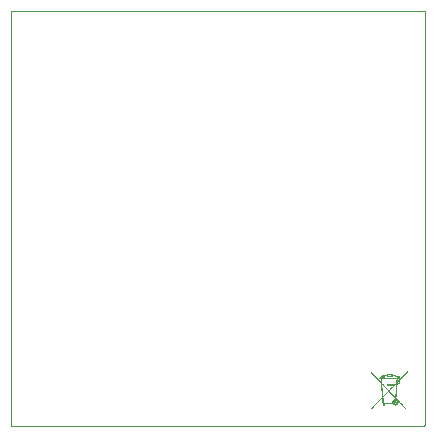
<source format=gbo>
G04 Layer_Color=16777215*
%FSLAX43Y43*%
%MOMM*%
G71*
G01*
G75*
%ADD67C,0.100*%
G36*
X70184Y36218D02*
Y36200D01*
Y36181D01*
Y36163D01*
Y36145D01*
Y36127D01*
Y36109D01*
X70166D01*
Y36091D01*
X70148D01*
Y36073D01*
X70129D01*
Y36055D01*
X70111D01*
Y36037D01*
X70093D01*
Y36019D01*
X70075D01*
Y36001D01*
X70057D01*
Y35982D01*
Y35964D01*
X70039D01*
Y35946D01*
X70021D01*
Y35928D01*
X70003D01*
Y35910D01*
X69985D01*
Y35892D01*
X69967D01*
Y35874D01*
X69949D01*
Y35856D01*
X69930D01*
Y35838D01*
X69912D01*
Y35820D01*
X69894D01*
Y35802D01*
X69876D01*
Y35784D01*
X69858D01*
Y35765D01*
X69840D01*
Y35747D01*
X69822D01*
Y35729D01*
X69804D01*
Y35711D01*
X69786D01*
Y35693D01*
X69768D01*
Y35675D01*
X69750D01*
Y35657D01*
X69731D01*
Y35639D01*
X69713D01*
Y35621D01*
X69695D01*
Y35603D01*
X69677D01*
Y35585D01*
X69659D01*
Y35566D01*
X69641D01*
Y35548D01*
X69623D01*
Y35530D01*
X69605D01*
Y35512D01*
X69587D01*
Y35494D01*
X69569D01*
Y35476D01*
X69551D01*
Y35458D01*
X69533D01*
Y35440D01*
X69514D01*
Y35422D01*
Y35404D01*
Y35386D01*
Y35368D01*
Y35349D01*
Y35331D01*
Y35313D01*
Y35295D01*
Y35277D01*
Y35259D01*
Y35241D01*
Y35223D01*
Y35205D01*
Y35187D01*
Y35169D01*
Y35150D01*
Y35132D01*
Y35114D01*
Y35096D01*
X69315D01*
Y35078D01*
Y35060D01*
Y35042D01*
X69297D01*
Y35024D01*
Y35006D01*
Y34988D01*
Y34970D01*
Y34951D01*
Y34933D01*
Y34915D01*
Y34897D01*
Y34879D01*
Y34861D01*
Y34843D01*
X69279D01*
Y34825D01*
Y34807D01*
Y34789D01*
Y34771D01*
Y34752D01*
Y34734D01*
Y34716D01*
Y34698D01*
Y34680D01*
Y34662D01*
Y34644D01*
X69261D01*
Y34626D01*
Y34608D01*
Y34590D01*
Y34572D01*
Y34554D01*
Y34535D01*
Y34517D01*
Y34499D01*
Y34481D01*
Y34463D01*
X69243D01*
Y34445D01*
Y34427D01*
Y34409D01*
Y34391D01*
Y34373D01*
Y34355D01*
Y34336D01*
Y34318D01*
Y34300D01*
Y34282D01*
Y34264D01*
X69225D01*
Y34246D01*
Y34228D01*
Y34210D01*
Y34192D01*
Y34174D01*
Y34156D01*
Y34137D01*
Y34119D01*
Y34101D01*
Y34083D01*
Y34065D01*
X69207D01*
Y34047D01*
Y34029D01*
Y34011D01*
Y33993D01*
Y33975D01*
Y33957D01*
Y33939D01*
Y33920D01*
X69225D01*
Y33902D01*
X69243D01*
Y33884D01*
X69261D01*
Y33866D01*
X69279D01*
Y33848D01*
X69297D01*
Y33830D01*
X69315D01*
Y33812D01*
X69334D01*
Y33794D01*
X69352D01*
Y33776D01*
X69370D01*
Y33758D01*
X69388D01*
Y33740D01*
X69406D01*
Y33721D01*
X69424D01*
Y33703D01*
X69442D01*
Y33685D01*
Y33667D01*
X69460D01*
Y33649D01*
X69478D01*
Y33631D01*
X69496D01*
Y33613D01*
X69514D01*
Y33595D01*
X69533D01*
Y33577D01*
X69551D01*
Y33559D01*
X69569D01*
Y33541D01*
X69587D01*
Y33522D01*
X69605D01*
Y33504D01*
X69623D01*
Y33486D01*
X69641D01*
Y33468D01*
X69659D01*
Y33450D01*
X69677D01*
Y33432D01*
X69695D01*
Y33414D01*
X69713D01*
Y33396D01*
X69731D01*
Y33378D01*
X69750D01*
Y33360D01*
X69768D01*
Y33342D01*
X69786D01*
Y33324D01*
Y33305D01*
X69804D01*
Y33287D01*
X69822D01*
Y33269D01*
X69840D01*
Y33251D01*
X69858D01*
Y33233D01*
X69876D01*
Y33215D01*
X69894D01*
Y33197D01*
X69912D01*
Y33179D01*
X69930D01*
Y33161D01*
X69949D01*
Y33143D01*
X69967D01*
Y33125D01*
X69985D01*
Y33106D01*
X70003D01*
Y33088D01*
X70021D01*
Y33070D01*
Y33052D01*
X70003D01*
Y33034D01*
X69967D01*
Y33016D01*
X69930D01*
Y33034D01*
X69912D01*
Y33052D01*
X69894D01*
Y33070D01*
X69876D01*
Y33088D01*
X69858D01*
Y33106D01*
X69840D01*
Y33125D01*
X69822D01*
Y33143D01*
Y33161D01*
X69804D01*
Y33179D01*
X69786D01*
Y33197D01*
X69768D01*
Y33215D01*
X69750D01*
Y33233D01*
X69731D01*
Y33251D01*
X69713D01*
Y33269D01*
X69695D01*
Y33287D01*
X69677D01*
Y33305D01*
X69659D01*
Y33324D01*
X69641D01*
Y33342D01*
X69623D01*
Y33360D01*
X69605D01*
Y33378D01*
X69587D01*
Y33396D01*
X69569D01*
Y33414D01*
X69551D01*
Y33432D01*
X69533D01*
Y33450D01*
X69514D01*
Y33468D01*
X69496D01*
Y33486D01*
Y33504D01*
X69478D01*
Y33522D01*
X69460D01*
Y33541D01*
X69442D01*
Y33559D01*
X69424D01*
Y33577D01*
X69406D01*
Y33595D01*
X69388D01*
Y33577D01*
Y33559D01*
Y33541D01*
Y33522D01*
Y33504D01*
Y33486D01*
X69370D01*
Y33468D01*
Y33450D01*
X69352D01*
Y33432D01*
Y33414D01*
X69334D01*
Y33396D01*
X69315D01*
Y33378D01*
X69297D01*
Y33360D01*
X69261D01*
Y33342D01*
X69243D01*
Y33324D01*
X69171D01*
Y33305D01*
X69080D01*
Y33324D01*
X69008D01*
Y33342D01*
X68972D01*
Y33360D01*
X68954D01*
Y33378D01*
X68936D01*
Y33396D01*
X68918D01*
Y33414D01*
X68899D01*
Y33432D01*
Y33450D01*
X68266D01*
Y33432D01*
Y33414D01*
Y33396D01*
Y33378D01*
Y33360D01*
Y33342D01*
Y33324D01*
Y33305D01*
X68085D01*
Y33324D01*
Y33342D01*
Y33360D01*
Y33378D01*
Y33396D01*
Y33414D01*
Y33432D01*
Y33450D01*
X68067D01*
Y33468D01*
X68049D01*
Y33486D01*
Y33504D01*
X68031D01*
Y33522D01*
Y33541D01*
Y33559D01*
Y33577D01*
Y33595D01*
Y33613D01*
Y33631D01*
Y33649D01*
Y33667D01*
Y33685D01*
Y33703D01*
Y33721D01*
X68013D01*
Y33740D01*
Y33758D01*
Y33776D01*
Y33794D01*
Y33812D01*
Y33830D01*
Y33848D01*
Y33866D01*
Y33884D01*
X67995D01*
Y33866D01*
X67977D01*
Y33848D01*
X67959D01*
Y33830D01*
X67941D01*
Y33812D01*
X67923D01*
Y33794D01*
X67905D01*
Y33776D01*
X67886D01*
Y33758D01*
X67868D01*
Y33740D01*
X67850D01*
Y33721D01*
X67832D01*
Y33703D01*
X67814D01*
Y33685D01*
X67796D01*
Y33667D01*
X67778D01*
Y33649D01*
X67760D01*
Y33631D01*
X67742D01*
Y33613D01*
X67724D01*
Y33595D01*
X67706D01*
Y33577D01*
X67687D01*
Y33559D01*
X67669D01*
Y33541D01*
X67651D01*
Y33522D01*
X67633D01*
Y33504D01*
X67615D01*
Y33486D01*
X67597D01*
Y33468D01*
X67579D01*
Y33450D01*
X67561D01*
Y33432D01*
X67543D01*
Y33414D01*
X67525D01*
Y33396D01*
X67507D01*
Y33378D01*
X67489D01*
Y33360D01*
X67470D01*
Y33342D01*
X67452D01*
Y33324D01*
X67434D01*
Y33305D01*
X67416D01*
Y33287D01*
X67398D01*
Y33269D01*
X67380D01*
Y33251D01*
X67362D01*
Y33233D01*
X67344D01*
Y33215D01*
X67326D01*
Y33197D01*
X67308D01*
Y33179D01*
X67290D01*
Y33161D01*
Y33143D01*
X67271D01*
Y33125D01*
X67253D01*
Y33106D01*
X67235D01*
Y33088D01*
X67217D01*
Y33070D01*
X67199D01*
Y33052D01*
X67181D01*
Y33034D01*
X67163D01*
Y33016D01*
X67145D01*
Y32998D01*
X67109D01*
Y33016D01*
X67091D01*
Y33034D01*
X67072D01*
Y33052D01*
Y33070D01*
Y33088D01*
X67091D01*
Y33106D01*
X67109D01*
Y33125D01*
X67127D01*
Y33143D01*
X67145D01*
Y33161D01*
X67163D01*
Y33179D01*
X67181D01*
Y33197D01*
X67199D01*
Y33215D01*
X67217D01*
Y33233D01*
X67235D01*
Y33251D01*
X67253D01*
Y33269D01*
X67271D01*
Y33287D01*
X67290D01*
Y33305D01*
X67308D01*
Y33324D01*
X67326D01*
Y33342D01*
X67344D01*
Y33360D01*
X67362D01*
Y33378D01*
X67380D01*
Y33396D01*
X67398D01*
Y33414D01*
X67416D01*
Y33432D01*
X67434D01*
Y33450D01*
X67452D01*
Y33468D01*
X67470D01*
Y33486D01*
X67489D01*
Y33504D01*
X67507D01*
Y33522D01*
X67525D01*
Y33541D01*
Y33559D01*
X67543D01*
Y33577D01*
X67561D01*
Y33595D01*
X67579D01*
Y33613D01*
X67597D01*
Y33631D01*
X67615D01*
Y33649D01*
X67633D01*
Y33667D01*
X67651D01*
Y33685D01*
X67669D01*
Y33703D01*
X67687D01*
Y33721D01*
X67706D01*
Y33740D01*
X67724D01*
Y33758D01*
X67742D01*
Y33776D01*
X67760D01*
Y33794D01*
X67778D01*
Y33812D01*
X67796D01*
Y33830D01*
X67814D01*
Y33848D01*
X67832D01*
Y33866D01*
X67850D01*
Y33884D01*
X67868D01*
Y33902D01*
X67886D01*
Y33920D01*
X67905D01*
Y33939D01*
X67923D01*
Y33957D01*
X67941D01*
Y33975D01*
X67959D01*
Y33993D01*
X67977D01*
Y34011D01*
X67995D01*
Y34029D01*
Y34047D01*
Y34065D01*
Y34083D01*
Y34101D01*
Y34119D01*
Y34137D01*
X67977D01*
Y34156D01*
Y34174D01*
Y34192D01*
Y34210D01*
Y34228D01*
Y34246D01*
Y34264D01*
Y34282D01*
Y34300D01*
Y34318D01*
Y34336D01*
Y34355D01*
X67959D01*
Y34373D01*
Y34391D01*
Y34409D01*
Y34427D01*
Y34445D01*
Y34463D01*
Y34481D01*
Y34499D01*
Y34517D01*
Y34535D01*
Y34554D01*
X67941D01*
Y34572D01*
Y34590D01*
Y34608D01*
Y34626D01*
Y34644D01*
Y34662D01*
Y34680D01*
Y34698D01*
Y34716D01*
Y34734D01*
Y34752D01*
Y34771D01*
X67923D01*
Y34789D01*
Y34807D01*
Y34825D01*
Y34843D01*
Y34861D01*
Y34879D01*
Y34897D01*
Y34915D01*
Y34933D01*
Y34951D01*
Y34970D01*
Y34988D01*
X67905D01*
Y35006D01*
Y35024D01*
Y35042D01*
Y35060D01*
Y35078D01*
Y35096D01*
Y35114D01*
Y35132D01*
Y35150D01*
Y35169D01*
X67886D01*
Y35187D01*
Y35205D01*
X67868D01*
Y35223D01*
X67850D01*
Y35241D01*
X67832D01*
Y35259D01*
X67814D01*
Y35277D01*
X67796D01*
Y35295D01*
X67778D01*
Y35313D01*
X67760D01*
Y35331D01*
X67742D01*
Y35349D01*
X67724D01*
Y35368D01*
X67706D01*
Y35386D01*
X67687D01*
Y35404D01*
X67669D01*
Y35422D01*
X67651D01*
Y35440D01*
X67633D01*
Y35458D01*
X67615D01*
Y35476D01*
X67597D01*
Y35494D01*
X67579D01*
Y35512D01*
X67561D01*
Y35530D01*
Y35548D01*
X67543D01*
Y35566D01*
X67525D01*
Y35585D01*
X67507D01*
Y35603D01*
X67489D01*
Y35621D01*
X67470D01*
Y35639D01*
X67452D01*
Y35657D01*
X67434D01*
Y35675D01*
X67416D01*
Y35693D01*
X67398D01*
Y35711D01*
X67380D01*
Y35729D01*
X67362D01*
Y35747D01*
X67344D01*
Y35765D01*
X67326D01*
Y35784D01*
X67308D01*
Y35802D01*
X67290D01*
Y35820D01*
X67271D01*
Y35838D01*
X67253D01*
Y35856D01*
X67235D01*
Y35874D01*
Y35892D01*
X67217D01*
Y35910D01*
X67199D01*
Y35928D01*
X67181D01*
Y35946D01*
X67163D01*
Y35964D01*
X67145D01*
Y35982D01*
X67127D01*
Y36001D01*
X67109D01*
Y36019D01*
X67091D01*
Y36037D01*
X67072D01*
Y36055D01*
X67054D01*
Y36073D01*
X67036D01*
Y36091D01*
X67018D01*
Y36109D01*
Y36127D01*
Y36145D01*
Y36163D01*
Y36181D01*
Y36200D01*
Y36218D01*
Y36236D01*
X67036D01*
Y36218D01*
X67054D01*
Y36200D01*
X67072D01*
Y36181D01*
X67091D01*
Y36163D01*
X67109D01*
Y36145D01*
Y36127D01*
X67127D01*
Y36109D01*
X67145D01*
Y36091D01*
X67163D01*
Y36073D01*
X67181D01*
Y36055D01*
X67199D01*
Y36037D01*
X67217D01*
Y36019D01*
X67235D01*
Y36001D01*
X67253D01*
Y35982D01*
X67271D01*
Y35964D01*
X67290D01*
Y35946D01*
X67308D01*
Y35928D01*
X67326D01*
Y35910D01*
X67344D01*
Y35892D01*
X67362D01*
Y35874D01*
X67380D01*
Y35856D01*
X67398D01*
Y35838D01*
X67416D01*
Y35820D01*
X67434D01*
Y35802D01*
X67452D01*
Y35784D01*
Y35765D01*
X67470D01*
Y35747D01*
X67489D01*
Y35729D01*
X67507D01*
Y35711D01*
X67525D01*
Y35693D01*
X67543D01*
Y35675D01*
X67561D01*
Y35657D01*
X67579D01*
Y35639D01*
X67597D01*
Y35621D01*
X67615D01*
Y35603D01*
X67633D01*
Y35585D01*
X67651D01*
Y35566D01*
X67669D01*
Y35548D01*
X67687D01*
Y35530D01*
X67706D01*
Y35512D01*
X67724D01*
Y35494D01*
X67742D01*
Y35476D01*
X67760D01*
Y35458D01*
X67778D01*
Y35440D01*
Y35422D01*
X67796D01*
Y35404D01*
X67814D01*
Y35386D01*
X67832D01*
Y35368D01*
X67850D01*
Y35349D01*
X67868D01*
Y35331D01*
X67886D01*
Y35349D01*
Y35368D01*
Y35386D01*
Y35404D01*
X67868D01*
Y35422D01*
Y35440D01*
Y35458D01*
Y35476D01*
Y35494D01*
Y35512D01*
Y35530D01*
Y35548D01*
Y35566D01*
X67760D01*
Y35585D01*
Y35603D01*
Y35621D01*
Y35639D01*
Y35657D01*
Y35675D01*
X67850D01*
Y35693D01*
X67868D01*
Y35711D01*
Y35729D01*
X67886D01*
Y35747D01*
X67905D01*
Y35765D01*
X67923D01*
Y35784D01*
X67941D01*
Y35802D01*
X67977D01*
Y35820D01*
X67995D01*
Y35838D01*
X68031D01*
Y35856D01*
Y35874D01*
Y35892D01*
Y35910D01*
X68302D01*
Y35928D01*
X68429D01*
Y35946D01*
Y35964D01*
X68899D01*
Y35946D01*
Y35928D01*
X68918D01*
Y35910D01*
X69026D01*
Y35892D01*
X69098D01*
Y35874D01*
X69153D01*
Y35856D01*
X69189D01*
Y35838D01*
X69225D01*
Y35820D01*
X69243D01*
Y35802D01*
X69279D01*
Y35784D01*
X69334D01*
Y35802D01*
X69460D01*
Y35784D01*
X69478D01*
Y35765D01*
X69496D01*
Y35747D01*
X69514D01*
Y35729D01*
Y35711D01*
Y35693D01*
Y35675D01*
Y35657D01*
Y35639D01*
Y35621D01*
Y35603D01*
X69496D01*
Y35585D01*
X69478D01*
Y35566D01*
X69442D01*
Y35548D01*
X69352D01*
Y35530D01*
Y35512D01*
Y35494D01*
Y35476D01*
Y35458D01*
Y35440D01*
X69406D01*
Y35458D01*
X69424D01*
Y35476D01*
X69442D01*
Y35494D01*
X69460D01*
Y35512D01*
Y35530D01*
X69478D01*
Y35548D01*
X69496D01*
Y35566D01*
X69514D01*
Y35585D01*
X69533D01*
Y35603D01*
X69551D01*
Y35621D01*
X69569D01*
Y35639D01*
X69587D01*
Y35657D01*
X69605D01*
Y35675D01*
X69623D01*
Y35693D01*
X69641D01*
Y35711D01*
X69659D01*
Y35729D01*
X69677D01*
Y35747D01*
X69695D01*
Y35765D01*
X69713D01*
Y35784D01*
X69731D01*
Y35802D01*
X69750D01*
Y35820D01*
X69768D01*
Y35838D01*
X69786D01*
Y35856D01*
X69804D01*
Y35874D01*
X69822D01*
Y35892D01*
X69840D01*
Y35910D01*
X69858D01*
Y35928D01*
X69876D01*
Y35946D01*
X69894D01*
Y35964D01*
X69912D01*
Y35982D01*
X69930D01*
Y36001D01*
X69949D01*
Y36019D01*
X69967D01*
Y36037D01*
X69985D01*
Y36055D01*
X70003D01*
Y36073D01*
X70021D01*
Y36091D01*
X70039D01*
Y36109D01*
X70057D01*
Y36127D01*
X70075D01*
Y36145D01*
X70093D01*
Y36163D01*
X70111D01*
Y36181D01*
X70129D01*
Y36200D01*
X70148D01*
Y36218D01*
X70166D01*
Y36236D01*
X70184D01*
Y36218D01*
D02*
G37*
%LPC*%
G36*
X68031Y35042D02*
X68013D01*
Y35024D01*
Y35006D01*
Y34988D01*
X68031D01*
Y34970D01*
Y34951D01*
Y34933D01*
Y34915D01*
Y34897D01*
Y34879D01*
Y34861D01*
Y34843D01*
Y34825D01*
Y34807D01*
Y34789D01*
Y34771D01*
X68049D01*
Y34752D01*
Y34734D01*
Y34716D01*
Y34698D01*
Y34680D01*
Y34662D01*
Y34644D01*
Y34626D01*
Y34608D01*
Y34590D01*
Y34572D01*
X68067D01*
Y34554D01*
Y34535D01*
Y34517D01*
Y34499D01*
Y34481D01*
Y34463D01*
Y34445D01*
Y34427D01*
Y34409D01*
Y34391D01*
Y34373D01*
Y34355D01*
X68085D01*
Y34336D01*
Y34318D01*
Y34300D01*
Y34282D01*
Y34264D01*
Y34246D01*
Y34228D01*
Y34210D01*
Y34192D01*
Y34174D01*
Y34156D01*
X68104D01*
Y34137D01*
X68122D01*
Y34156D01*
X68140D01*
Y34174D01*
X68158D01*
Y34192D01*
X68176D01*
Y34210D01*
X68194D01*
Y34228D01*
X68212D01*
Y34246D01*
X68230D01*
Y34264D01*
X68248D01*
Y34282D01*
X68266D01*
Y34300D01*
X68284D01*
Y34318D01*
X68302D01*
Y34336D01*
X68321D01*
Y34355D01*
X68339D01*
Y34373D01*
X68357D01*
Y34391D01*
X68375D01*
Y34409D01*
X68393D01*
Y34427D01*
X68411D01*
Y34445D01*
X68429D01*
Y34463D01*
X68447D01*
Y34481D01*
X68465D01*
Y34499D01*
X68483D01*
Y34517D01*
X68501D01*
Y34535D01*
Y34554D01*
X68483D01*
Y34572D01*
X68465D01*
Y34590D01*
X68447D01*
Y34608D01*
X68429D01*
Y34626D01*
X68411D01*
Y34644D01*
X68393D01*
Y34662D01*
X68375D01*
Y34680D01*
X68357D01*
Y34698D01*
X68339D01*
Y34716D01*
X68321D01*
Y34734D01*
X68302D01*
Y34752D01*
X68284D01*
Y34771D01*
X68266D01*
Y34789D01*
X68248D01*
Y34807D01*
X68230D01*
Y34825D01*
X68212D01*
Y34843D01*
X68194D01*
Y34861D01*
Y34879D01*
X68176D01*
Y34897D01*
X68158D01*
Y34915D01*
X68140D01*
Y34933D01*
X68122D01*
Y34951D01*
X68104D01*
Y34970D01*
X68085D01*
Y34988D01*
X68067D01*
Y35006D01*
X68049D01*
Y35024D01*
X68031D01*
Y35042D01*
D02*
G37*
G36*
X69207Y35096D02*
X69171D01*
Y35078D01*
X69153D01*
Y35060D01*
X69135D01*
Y35042D01*
Y35024D01*
X69116D01*
Y35006D01*
X69098D01*
Y34988D01*
X69080D01*
Y34970D01*
X69062D01*
Y34951D01*
X69044D01*
Y34933D01*
X69026D01*
Y34915D01*
X69008D01*
Y34897D01*
X68990D01*
Y34879D01*
X68972D01*
Y34861D01*
X68954D01*
Y34843D01*
X68936D01*
Y34825D01*
X68918D01*
Y34807D01*
X68899D01*
Y34789D01*
X68881D01*
Y34771D01*
X68863D01*
Y34752D01*
X68845D01*
Y34734D01*
X68827D01*
Y34716D01*
X68809D01*
Y34698D01*
X68791D01*
Y34680D01*
X68773D01*
Y34662D01*
X68755D01*
Y34644D01*
X68737D01*
Y34626D01*
X68719D01*
Y34608D01*
X68700D01*
Y34590D01*
X68682D01*
Y34572D01*
X68664D01*
Y34554D01*
X68646D01*
Y34535D01*
Y34517D01*
X68664D01*
Y34499D01*
X68682D01*
Y34481D01*
X68700D01*
Y34463D01*
X68719D01*
Y34445D01*
X68737D01*
Y34427D01*
X68755D01*
Y34409D01*
X68773D01*
Y34391D01*
X68791D01*
Y34373D01*
Y34355D01*
X68809D01*
Y34336D01*
X68827D01*
Y34318D01*
X68845D01*
Y34300D01*
X68863D01*
Y34282D01*
X68881D01*
Y34264D01*
X68899D01*
Y34246D01*
X68918D01*
Y34228D01*
X68936D01*
Y34210D01*
X68954D01*
Y34192D01*
X68972D01*
Y34174D01*
X68990D01*
Y34156D01*
X69008D01*
Y34137D01*
X69026D01*
Y34119D01*
X69044D01*
Y34101D01*
X69062D01*
Y34083D01*
X69080D01*
Y34065D01*
X69098D01*
Y34083D01*
X69116D01*
Y34101D01*
Y34119D01*
Y34137D01*
Y34156D01*
Y34174D01*
Y34192D01*
Y34210D01*
Y34228D01*
Y34246D01*
Y34264D01*
X69135D01*
Y34282D01*
Y34300D01*
Y34318D01*
Y34336D01*
Y34355D01*
Y34373D01*
Y34391D01*
Y34409D01*
Y34427D01*
Y34445D01*
Y34463D01*
X69153D01*
Y34481D01*
Y34499D01*
Y34517D01*
Y34535D01*
Y34554D01*
Y34572D01*
Y34590D01*
Y34608D01*
Y34626D01*
Y34644D01*
Y34662D01*
X69171D01*
Y34680D01*
Y34698D01*
Y34716D01*
Y34734D01*
Y34752D01*
Y34771D01*
Y34789D01*
Y34807D01*
Y34825D01*
Y34843D01*
Y34861D01*
X69189D01*
Y34879D01*
Y34897D01*
Y34915D01*
Y34933D01*
Y34951D01*
Y34970D01*
Y34988D01*
Y35006D01*
Y35024D01*
Y35042D01*
X69207D01*
Y35060D01*
Y35078D01*
Y35096D01*
D02*
G37*
G36*
X69171Y33703D02*
X69080D01*
Y33685D01*
X69044D01*
Y33667D01*
X69026D01*
Y33649D01*
X69008D01*
Y33631D01*
Y33613D01*
Y33595D01*
Y33577D01*
Y33559D01*
Y33541D01*
Y33522D01*
X69026D01*
Y33504D01*
X69044D01*
Y33486D01*
X69062D01*
Y33468D01*
X69098D01*
Y33450D01*
X69153D01*
Y33468D01*
X69189D01*
Y33486D01*
X69207D01*
Y33504D01*
X69171D01*
Y33486D01*
X69080D01*
Y33504D01*
X69044D01*
Y33522D01*
Y33541D01*
X69026D01*
Y33559D01*
Y33577D01*
Y33595D01*
Y33613D01*
Y33631D01*
X69044D01*
Y33649D01*
X69062D01*
Y33667D01*
X69098D01*
Y33685D01*
X69153D01*
Y33667D01*
X69189D01*
Y33649D01*
X69207D01*
Y33631D01*
Y33613D01*
X69225D01*
Y33595D01*
Y33577D01*
Y33559D01*
Y33541D01*
X69207D01*
Y33522D01*
Y33504D01*
X69225D01*
Y33522D01*
X69243D01*
Y33541D01*
Y33559D01*
Y33577D01*
Y33595D01*
Y33613D01*
Y33631D01*
X69225D01*
Y33649D01*
Y33667D01*
X69207D01*
Y33685D01*
X69171D01*
Y33703D01*
D02*
G37*
G36*
X68574Y34463D02*
X68556D01*
Y34445D01*
X68538D01*
Y34427D01*
X68520D01*
Y34409D01*
X68501D01*
Y34391D01*
X68483D01*
Y34373D01*
X68465D01*
Y34355D01*
X68447D01*
Y34336D01*
X68429D01*
Y34318D01*
X68411D01*
Y34300D01*
X68393D01*
Y34282D01*
X68375D01*
Y34264D01*
X68357D01*
Y34246D01*
X68339D01*
Y34228D01*
X68321D01*
Y34210D01*
X68302D01*
Y34192D01*
X68284D01*
Y34174D01*
X68266D01*
Y34156D01*
X68248D01*
Y34137D01*
X68230D01*
Y34119D01*
X68212D01*
Y34101D01*
Y34083D01*
X68194D01*
Y34065D01*
X68176D01*
Y34047D01*
X68158D01*
Y34029D01*
X68140D01*
Y34011D01*
X68122D01*
Y33993D01*
X68104D01*
Y33975D01*
Y33957D01*
Y33939D01*
X68122D01*
Y33920D01*
Y33902D01*
Y33884D01*
Y33866D01*
Y33848D01*
Y33830D01*
Y33812D01*
Y33794D01*
Y33776D01*
Y33758D01*
Y33740D01*
Y33721D01*
X68140D01*
Y33703D01*
Y33685D01*
Y33667D01*
Y33649D01*
Y33631D01*
Y33613D01*
Y33595D01*
Y33577D01*
Y33559D01*
X68863D01*
Y33577D01*
Y33595D01*
Y33613D01*
Y33631D01*
Y33649D01*
Y33667D01*
Y33685D01*
X68881D01*
Y33703D01*
Y33721D01*
X68899D01*
Y33740D01*
X68918D01*
Y33758D01*
Y33776D01*
X68954D01*
Y33794D01*
X68972D01*
Y33812D01*
X68990D01*
Y33830D01*
X69044D01*
Y33848D01*
X69080D01*
Y33866D01*
Y33884D01*
X69098D01*
Y33902D01*
Y33920D01*
X69080D01*
Y33939D01*
X69062D01*
Y33957D01*
X69044D01*
Y33975D01*
X69026D01*
Y33993D01*
X69008D01*
Y34011D01*
X68990D01*
Y34029D01*
X68972D01*
Y34047D01*
X68954D01*
Y34065D01*
X68936D01*
Y34083D01*
X68918D01*
Y34101D01*
X68899D01*
Y34119D01*
X68881D01*
Y34137D01*
X68863D01*
Y34156D01*
X68845D01*
Y34174D01*
Y34192D01*
X68827D01*
Y34210D01*
X68809D01*
Y34228D01*
X68791D01*
Y34246D01*
X68773D01*
Y34264D01*
X68755D01*
Y34282D01*
X68737D01*
Y34300D01*
X68719D01*
Y34318D01*
X68700D01*
Y34336D01*
X68682D01*
Y34355D01*
X68664D01*
Y34373D01*
X68646D01*
Y34391D01*
X68628D01*
Y34409D01*
X68610D01*
Y34427D01*
X68592D01*
Y34445D01*
X68574D01*
Y34463D01*
D02*
G37*
G36*
X69243Y35548D02*
X67977D01*
Y35530D01*
Y35512D01*
Y35494D01*
Y35476D01*
Y35458D01*
Y35440D01*
Y35422D01*
Y35404D01*
X67995D01*
Y35386D01*
Y35368D01*
Y35349D01*
Y35331D01*
Y35313D01*
Y35295D01*
Y35277D01*
Y35259D01*
Y35241D01*
Y35223D01*
Y35205D01*
X68013D01*
Y35187D01*
X68031D01*
Y35169D01*
X68049D01*
Y35150D01*
X68067D01*
Y35132D01*
X68085D01*
Y35114D01*
X68104D01*
Y35096D01*
X68122D01*
Y35078D01*
Y35060D01*
X68140D01*
Y35042D01*
X68158D01*
Y35024D01*
X68176D01*
Y35006D01*
X68194D01*
Y34988D01*
X68212D01*
Y34970D01*
X68230D01*
Y34951D01*
X68248D01*
Y34933D01*
X68266D01*
Y34915D01*
X68284D01*
Y34897D01*
X68302D01*
Y34879D01*
X68321D01*
Y34861D01*
X68339D01*
Y34843D01*
X68357D01*
Y34825D01*
X68375D01*
Y34807D01*
X68393D01*
Y34789D01*
X68411D01*
Y34771D01*
X68429D01*
Y34752D01*
X68447D01*
Y34734D01*
Y34716D01*
X68465D01*
Y34698D01*
X68483D01*
Y34680D01*
X68501D01*
Y34662D01*
X68520D01*
Y34644D01*
X68538D01*
Y34626D01*
X68556D01*
Y34608D01*
X68574D01*
Y34626D01*
X68592D01*
Y34644D01*
X68610D01*
Y34662D01*
X68628D01*
Y34680D01*
X68646D01*
Y34698D01*
X68664D01*
Y34716D01*
X68682D01*
Y34734D01*
X68700D01*
Y34752D01*
X68719D01*
Y34771D01*
X68737D01*
Y34789D01*
X68755D01*
Y34807D01*
X68773D01*
Y34825D01*
X68791D01*
Y34843D01*
X68809D01*
Y34861D01*
X68827D01*
Y34879D01*
X68845D01*
Y34897D01*
X68863D01*
Y34915D01*
X68881D01*
Y34933D01*
X68429D01*
Y34951D01*
Y34970D01*
Y34988D01*
Y35006D01*
Y35024D01*
Y35042D01*
Y35060D01*
Y35078D01*
Y35096D01*
Y35114D01*
Y35132D01*
X68990D01*
Y35114D01*
Y35096D01*
Y35078D01*
Y35060D01*
Y35042D01*
X69008D01*
Y35060D01*
X69026D01*
Y35078D01*
X69044D01*
Y35096D01*
X69062D01*
Y35114D01*
X69080D01*
Y35132D01*
X69098D01*
Y35150D01*
X69116D01*
Y35169D01*
X69135D01*
Y35187D01*
X69153D01*
Y35205D01*
X69171D01*
Y35223D01*
X69189D01*
Y35241D01*
Y35259D01*
Y35277D01*
Y35295D01*
Y35313D01*
Y35331D01*
Y35349D01*
Y35368D01*
Y35386D01*
Y35404D01*
Y35422D01*
Y35440D01*
X69243D01*
Y35458D01*
Y35476D01*
Y35494D01*
Y35512D01*
Y35530D01*
Y35548D01*
D02*
G37*
G36*
X68429Y35820D02*
X68339D01*
Y35802D01*
X68230D01*
Y35784D01*
X68212D01*
Y35765D01*
Y35747D01*
Y35729D01*
Y35711D01*
Y35693D01*
Y35675D01*
X69225D01*
Y35693D01*
X69207D01*
Y35711D01*
X69189D01*
Y35729D01*
X69153D01*
Y35747D01*
X69116D01*
Y35765D01*
X69062D01*
Y35784D01*
X69008D01*
Y35802D01*
X68899D01*
Y35784D01*
Y35765D01*
Y35747D01*
Y35729D01*
X68429D01*
Y35747D01*
Y35765D01*
Y35784D01*
Y35802D01*
Y35820D01*
D02*
G37*
G36*
X68791Y35856D02*
X68538D01*
Y35838D01*
X68791D01*
Y35856D01*
D02*
G37*
G36*
X69424Y35331D02*
X69406D01*
Y35313D01*
X69388D01*
Y35295D01*
X69370D01*
Y35277D01*
X69352D01*
Y35259D01*
X69334D01*
Y35241D01*
X69315D01*
Y35223D01*
Y35205D01*
X69424D01*
Y35223D01*
Y35241D01*
Y35259D01*
Y35277D01*
Y35295D01*
Y35313D01*
Y35331D01*
D02*
G37*
G36*
X68031Y35711D02*
X68013D01*
Y35693D01*
X67995D01*
Y35675D01*
X68031D01*
Y35693D01*
Y35711D01*
D02*
G37*
%LPD*%
D67*
X71527Y31575D02*
X71575Y31623D01*
X36575Y66725D02*
X71600D01*
X36576Y31623D02*
Y66725D01*
X36576Y31575D02*
X71527D01*
X71600Y31623D02*
Y66725D01*
M02*

</source>
